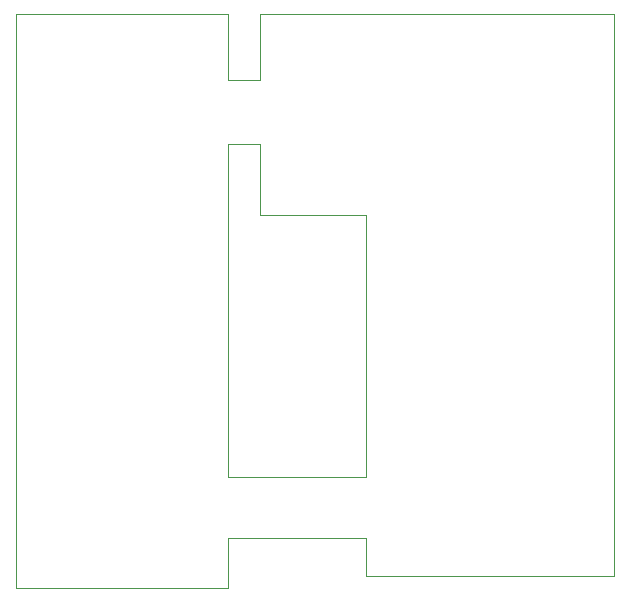
<source format=gbr>
%TF.GenerationSoftware,KiCad,Pcbnew,7.0.2*%
%TF.CreationDate,2023-10-09T18:23:24+02:00*%
%TF.ProjectId,SommerESP,536f6d6d-6572-4455-9350-2e6b69636164,rev?*%
%TF.SameCoordinates,Original*%
%TF.FileFunction,Profile,NP*%
%FSLAX46Y46*%
G04 Gerber Fmt 4.6, Leading zero omitted, Abs format (unit mm)*
G04 Created by KiCad (PCBNEW 7.0.2) date 2023-10-09 18:23:24*
%MOMM*%
%LPD*%
G01*
G04 APERTURE LIST*
%TA.AperFunction,Profile*%
%ADD10C,0.100000*%
%TD*%
G04 APERTURE END LIST*
D10*
X107200000Y-99575000D02*
X89200000Y-99575000D01*
X109900000Y-51000000D02*
X139900000Y-51000000D01*
X139900000Y-98525000D02*
X118900000Y-98525000D01*
X118900000Y-90200000D02*
X118900000Y-68000000D01*
X107200000Y-51000000D02*
X107200000Y-56600000D01*
X118900000Y-98525000D02*
X118900000Y-95300000D01*
X89200000Y-51000000D02*
X107200000Y-51000000D01*
X109900000Y-56600000D02*
X109900000Y-51000000D01*
X109900000Y-68000000D02*
X109900000Y-62000000D01*
X107200000Y-99575000D02*
X107200000Y-95300000D01*
X107200000Y-56600000D02*
X109900000Y-56600000D01*
X139900000Y-51000000D02*
X139900000Y-98525000D01*
X107200000Y-95300000D02*
X118900000Y-95300000D01*
X107200000Y-62000000D02*
X107200000Y-90200000D01*
X89200000Y-99575000D02*
X89200000Y-51000000D01*
X109900000Y-62000000D02*
X107200000Y-62000000D01*
X118900000Y-68000000D02*
X109900000Y-68000000D01*
X107200000Y-90200000D02*
X118900000Y-90200000D01*
M02*

</source>
